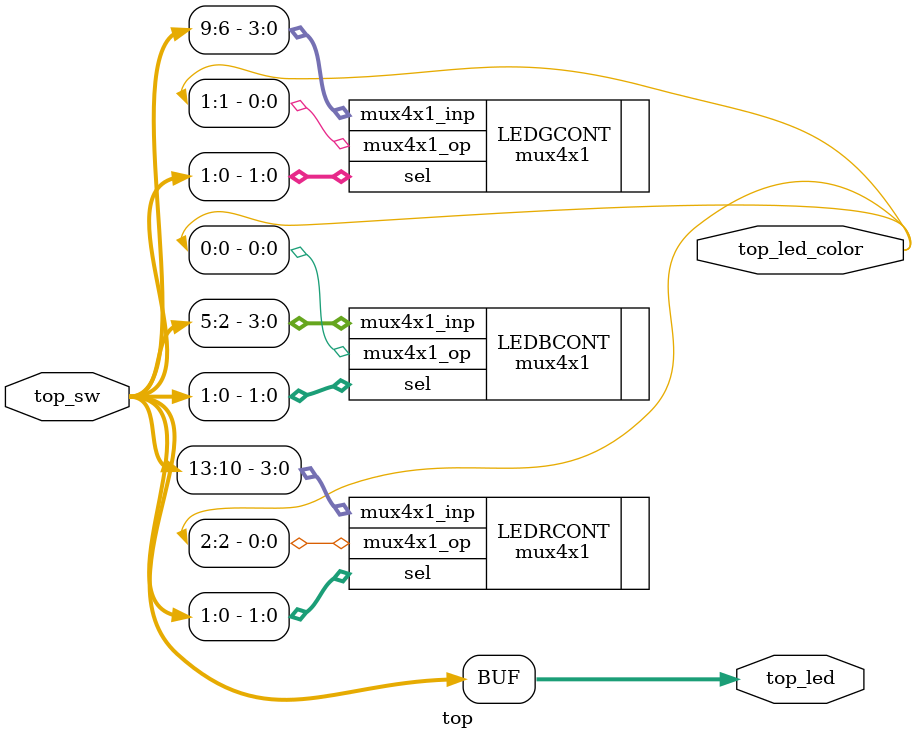
<source format=v>
`timescale 1ns / 1ps


module top(
    input [13:0] top_sw,
    output [13:0] top_led,
    output [2:0] top_led_color
           );
    
        assign top_led = top_sw;
    
        mux4x1 LEDBCONT(
                        .sel(top_sw[1:0]),
                        .mux4x1_inp(top_sw[5:2]),
                        .mux4x1_op(top_led_color[0])
                        );
    
        mux4x1 LEDGCONT(
                        .sel(top_sw[1:0]),
                        .mux4x1_inp(top_sw[9:6]),
                        .mux4x1_op(top_led_color[1])
                        );

        mux4x1 LEDRCONT(
                        .sel(top_sw[1:0]),
                        .mux4x1_inp(top_sw[13:10]),
                        .mux4x1_op(top_led_color[2])
                        );

endmodule

</source>
